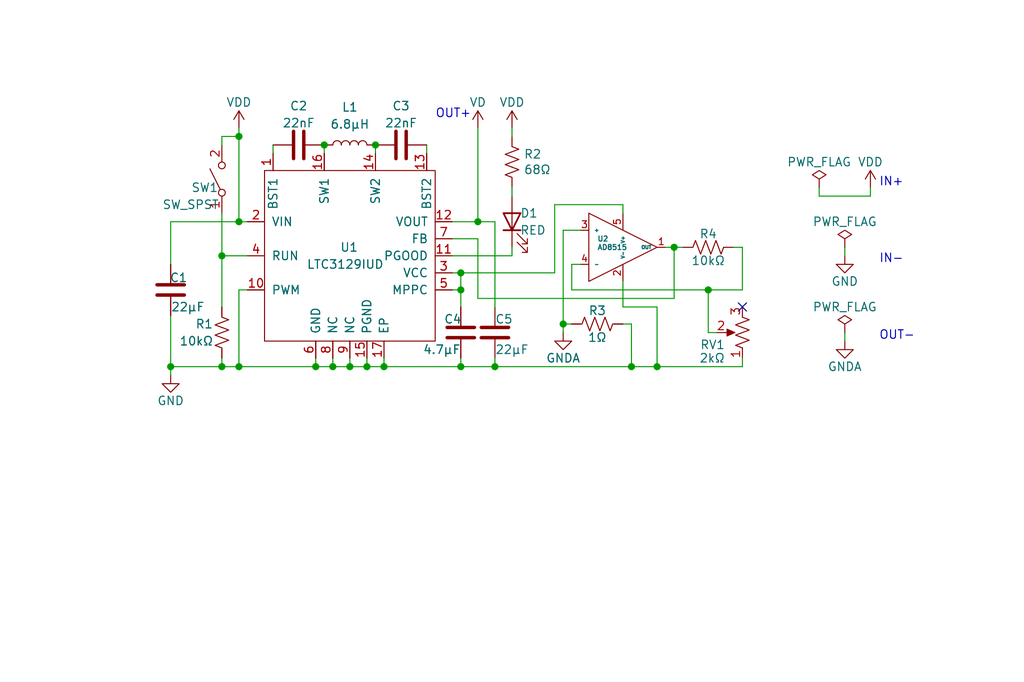
<source format=kicad_sch>
(kicad_sch (version 20211123) (generator eeschema)
  (paper "User" 152.4 101.6)
  (title_block (title "Universal Laser Driver") (date "2021-11-06") (rev "1.2") (company "E.S.") (comment 1 "0.8mm PCB required for Leadlight Pen Host") (comment 2 "Revised to prevent feedback oscillations") (comment 3 "High Iout and Vout not guaranteed with Vin below 5V or high battery ESR") (comment 4 "Vin: [2.25V, 15V), Vout: [2V, 15V], Iout: [5mA, 200mA] (adjustable with potentiometer)"))
  (lib_symbols
    (symbol "AD8515:AD8515" (pin_names (offset 0.762))
      (property "Reference" "U" (at -2.54 5.08 0))
      (property "Value" "AD8515" (at -2.54 3.81 0))
      (symbol "AD8515_0_1"
        (polyline (pts (xy 5.08 5.08) (xy -5.08 10.16) (xy -5.08 0) (xy 5.08 5.08)))
      )
      (symbol "AD8515_1_1"
        (pin output line (at 6.35 5.08 180) (length 1.27) (name "OUT") (number "1"))
        (pin power_in line (at 0 0 90) (length 2.54) (name "V-") (number "2"))
        (pin input line (at -6.35 7.62 0) (length 1.27) (name "+") (number "3"))
        (pin input line (at -6.35 2.54 0) (length 1.27) (name "-") (number "4"))
        (pin power_in line (at 0 10.16 270) (length 2.54) (name "V+") (number "5"))
      )
    )
    (symbol "Device:C" (pin_numbers hide) (pin_names (offset 0.254))
      (property "Reference" "C" (at 0.635 2.54 0))
      (property "Value" "C" (at 0.635 -2.54 0))
      (symbol "C_0_1"
        (polyline (pts (xy -2.032 -0.762) (xy 2.032 -0.762)) (stroke (width 0.508)))
        (polyline (pts (xy -2.032 0.762) (xy 2.032 0.762)) (stroke (width 0.508)))
      )
      (symbol "C_1_1"
        (pin passive line (at 0 3.81 270) (length 2.794) (name "~") (number "1"))
        (pin passive line (at 0 -3.81 90) (length 2.794) (name "~") (number "2"))
      )
    )
    (symbol "Device:L" (pin_numbers hide) (pin_names (offset 1.016) hide)
      (property "Reference" "L" (at -1.27 0 90))
      (property "Value" "L" (at 1.905 0 90))
      (symbol "L_0_1"
        (arc (start 0 -2.54) (mid 0.635 -1.905) (end 0 -1.27))
        (arc (start 0 -1.27) (mid 0.635 -0.635) (end 0 0))
        (arc (start 0 0) (mid 0.635 0.635) (end 0 1.27))
        (arc (start 0 1.27) (mid 0.635 1.905) (end 0 2.54))
      )
      (symbol "L_1_1"
        (pin passive line (at 0 3.81 270) (length 1.27) (name "1") (number "1"))
        (pin passive line (at 0 -3.81 90) (length 1.27) (name "2") (number "2"))
      )
    )
    (symbol "Device:LED" (pin_numbers hide) (pin_names (offset 1.016) hide)
      (property "Reference" "D" (at 0 2.54 0))
      (property "Value" "LED" (at 0 -2.54 0))
      (symbol "LED_0_1"
        (polyline (pts (xy -1.27 -1.27) (xy -1.27 1.27)) (stroke (width 0.254)))
        (polyline (pts (xy -1.27 0) (xy 1.27 0)))
        (polyline (pts (xy 1.27 -1.27) (xy 1.27 1.27) (xy -1.27 0) (xy 1.27 -1.27)) (stroke (width 0.254)))
        (polyline (pts (xy -3.048 -0.762) (xy -4.572 -2.286) (xy -3.81 -2.286) (xy -4.572 -2.286) (xy -4.572 -1.524)))
        (polyline (pts (xy -1.778 -0.762) (xy -3.302 -2.286) (xy -2.54 -2.286) (xy -3.302 -2.286) (xy -3.302 -1.524)))
      )
      (symbol "LED_1_1"
        (pin passive line (at -3.81 0 0) (length 2.54) (name "K") (number "1"))
        (pin passive line (at 3.81 0 180) (length 2.54) (name "A") (number "2"))
      )
    )
    (symbol "Device:R_POT_US" (pin_names (offset 1.016) hide)
      (property "Reference" "RV" (at -4.445 0 90))
      (property "Value" "Device_R_POT_US" (at -2.54 0 90))
      (symbol "R_POT_US_0_1"
        (polyline (pts (xy 0 -2.286) (xy 0 -2.54)))
        (polyline (pts (xy 0 2.54) (xy 0 2.286)))
        (polyline (pts (xy 2.54 0) (xy 1.524 0)))
        (polyline (pts (xy 1.143 0) (xy 2.286 0.508) (xy 2.286 -0.508) (xy 1.143 0)) (fill (type outline)))
        (polyline (pts (xy 0 -0.762) (xy 1.016 -1.143) (xy 0 -1.524) (xy -1.016 -1.905) (xy 0 -2.286)))
        (polyline (pts (xy 0 0.762) (xy 1.016 0.381) (xy 0 0) (xy -1.016 -0.381) (xy 0 -0.762)))
        (polyline (pts (xy 0 2.286) (xy 1.016 1.905) (xy 0 1.524) (xy -1.016 1.143) (xy 0 0.762)))
      )
      (symbol "R_POT_US_1_1"
        (pin passive line (at 0 3.81 270) (length 1.27) (name "1") (number "1"))
        (pin passive line (at 3.81 0 180) (length 1.27) (name "2") (number "2"))
        (pin passive line (at 0 -3.81 90) (length 1.27) (name "3") (number "3"))
      )
    )
    (symbol "Device:R_US" (pin_numbers hide) (pin_names (offset 0))
      (property "Reference" "R" (at 2.54 0 90))
      (property "Value" "R_US" (at -2.54 0 90))
      (symbol "R_US_0_1"
        (polyline (pts (xy 0 -2.286) (xy 0 -2.54)))
        (polyline (pts (xy 0 2.286) (xy 0 2.54)))
        (polyline (pts (xy 0 -0.762) (xy 1.016 -1.143) (xy 0 -1.524) (xy -1.016 -1.905) (xy 0 -2.286)))
        (polyline (pts (xy 0 0.762) (xy 1.016 0.381) (xy 0 0) (xy -1.016 -0.381) (xy 0 -0.762)))
        (polyline (pts (xy 0 2.286) (xy 1.016 1.905) (xy 0 1.524) (xy -1.016 1.143) (xy 0 0.762)))
      )
      (symbol "R_US_1_1"
        (pin passive line (at 0 3.81 270) (length 1.27) (name "~") (number "1"))
        (pin passive line (at 0 -3.81 90) (length 1.27) (name "~") (number "2"))
      )
    )
    (symbol "LTC3129IUD:LTC3129IUD" (pin_names (offset 1.016))
      (property "Reference" "U" (at 0 0 0))
      (property "Value" "LTC3129IUD" (at 0 -2.54 0))
      (symbol "LTC3129IUD_0_1"
        (rectangle (start -12.7 12.7) (end 12.7 -12.7))
      )
      (symbol "LTC3129IUD_1_1"
        (pin bidirectional line (at -11.43 15.24 270) (length 2.54) (name "BST1") (number "1"))
        (pin input line (at -15.24 -5.08 0) (length 2.54) (name "PWM") (number "10"))
        (pin output line (at 15.24 0 180) (length 2.54) (name "PGOOD") (number "11"))
        (pin power_out line (at 15.24 5.08 180) (length 2.54) (name "VOUT") (number "12"))
        (pin bidirectional line (at 11.43 15.24 270) (length 2.54) (name "BST2") (number "13"))
        (pin bidirectional line (at 3.81 15.24 270) (length 2.54) (name "SW2") (number "14"))
        (pin power_in line (at 2.54 -15.24 90) (length 2.54) (name "PGND") (number "15"))
        (pin bidirectional line (at -3.81 15.24 270) (length 2.54) (name "SW1") (number "16"))
        (pin power_in line (at 5.08 -15.24 90) (length 2.54) (name "EP") (number "17"))
        (pin power_in line (at -15.24 5.08 0) (length 2.54) (name "VIN") (number "2"))
        (pin power_out line (at 15.24 -2.54 180) (length 2.54) (name "VCC") (number "3"))
        (pin input line (at -15.24 0 0) (length 2.54) (name "RUN") (number "4"))
        (pin input line (at 15.24 -5.08 180) (length 2.54) (name "MPPC") (number "5"))
        (pin power_in line (at -5.08 -15.24 90) (length 2.54) (name "GND") (number "6"))
        (pin input line (at 15.24 2.54 180) (length 2.54) (name "FB") (number "7"))
        (pin power_in line (at -2.54 -15.24 90) (length 2.54) (name "NC") (number "8"))
        (pin power_in line (at 0 -15.24 90) (length 2.54) (name "NC") (number "9"))
      )
    )
    (symbol "Switch:SW_SPST" (pin_names (offset 0) hide)
      (property "Reference" "SW" (at 0 3.175 0))
      (property "Value" "SW_SPST" (at 0 -2.54 0))
      (symbol "SW_SPST_0_0"
        (circle (center -2.032 0) (radius 0.508))
        (polyline (pts (xy -1.524 0.254) (xy 1.524 1.778)))
        (circle (center 2.032 0) (radius 0.508))
      )
      (symbol "SW_SPST_1_1"
        (pin passive line (at -5.08 0 0) (length 2.54) (name "A") (number "1"))
        (pin passive line (at 5.08 0 180) (length 2.54) (name "B") (number "2"))
      )
    )
    (symbol "power:GND" (power) (pin_names (offset 0))
      (property "Value" "GND" (at 0 -3.81 0))
      (symbol "GND_0_1"
        (polyline (pts (xy 0 0) (xy 0 -1.27) (xy 1.27 -1.27) (xy 0 -2.54) (xy -1.27 -1.27) (xy 0 -1.27)))
      )
      (symbol "GND_1_1"
        (pin power_in line (at 0 0 270) (length 0) hide (name "GND") (number "1"))
      )
    )
    (symbol "power:GNDA" (power) (pin_names (offset 0))
      (property "Value" "GNDA" (at 0 -3.81 0))
      (symbol "GNDA_0_1"
        (polyline (pts (xy 0 0) (xy 0 -1.27) (xy 1.27 -1.27) (xy 0 -2.54) (xy -1.27 -1.27) (xy 0 -1.27)))
      )
      (symbol "GNDA_1_1"
        (pin power_in line (at 0 0 270) (length 0) hide (name "GNDA") (number "1"))
      )
    )
    (symbol "power:PWR_FLAG" (power) (pin_numbers hide) (pin_names (offset 0) hide)
      (property "Value" "PWR_FLAG" (at 0 3.81 0))
      (symbol "PWR_FLAG_0_0"
        (pin power_out line (at 0 0 90) (length 0) (name "pwr") (number "1"))
      )
      (symbol "PWR_FLAG_0_1"
        (polyline (pts (xy 0 0) (xy 0 1.27) (xy -1.016 1.905) (xy 0 2.54) (xy 1.016 1.905) (xy 0 1.27)))
      )
    )
    (symbol "power:VD" (power) (pin_names (offset 0))
      (property "Value" "VD" (at 0 3.81 0))
      (symbol "VD_0_1"
        (polyline (pts (xy -0.762 1.27) (xy 0 2.54)))
        (polyline (pts (xy 0 0) (xy 0 2.54)))
        (polyline (pts (xy 0 2.54) (xy 0.762 1.27)))
      )
      (symbol "VD_1_1"
        (pin power_in line (at 0 0 90) (length 0) hide (name "VD") (number "1"))
      )
    )
    (symbol "power:VDD" (power) (pin_names (offset 0))
      (property "Value" "VDD" (at 0 3.81 0))
      (symbol "VDD_0_1"
        (polyline (pts (xy -0.762 1.27) (xy 0 2.54)))
        (polyline (pts (xy 0 0) (xy 0 2.54)))
        (polyline (pts (xy 0 2.54) (xy 0.762 1.27)))
      )
      (symbol "VDD_1_1"
        (pin power_in line (at 0 0 90) (length 0) hide (name "VDD") (number "1"))
      )
    )
  )
  (junction (at 33.02 54.61))
  (junction (at 93.98 54.61))
  (junction (at 55.88 21.59))
  (junction (at 35.56 20.32))
  (junction (at 105.41 43.18))
  (junction (at 71.12 33.02))
  (junction (at 73.66 54.61))
  (junction (at 83.82 48.26))
  (junction (at 35.56 54.61))
  (junction (at 68.58 43.18))
  (junction (at 48.26 21.59))
  (junction (at 97.79 54.61))
  (junction (at 100.33 36.83))
  (junction (at 35.56 33.02))
  (junction (at 52.07 54.61))
  (junction (at 25.4 54.61))
  (junction (at 33.02 38.1))
  (junction (at 46.99 54.61))
  (junction (at 54.61 54.61))
  (junction (at 68.58 54.61))
  (junction (at 49.53 54.61))
  (junction (at 68.58 40.64))
  (junction (at 57.15 54.61))
  (no_connect (at 110.49 45.72))
  (wire (pts (xy 68.58 54.61) (xy 73.66 54.61)))
  (wire (pts (xy 76.2 38.1) (xy 67.31 38.1)))
  (wire (pts (xy 67.31 33.02) (xy 71.12 33.02)))
  (wire (pts (xy 82.55 40.64) (xy 82.55 30.48)))
  (wire (pts (xy 121.92 27.94) (xy 121.92 29.21)))
  (wire (pts (xy 35.56 54.61) (xy 46.99 54.61)))
  (wire (pts (xy 67.31 43.18) (xy 68.58 43.18)))
  (wire (pts (xy 71.12 33.02) (xy 71.12 19.05)))
  (wire (pts (xy 55.88 21.59) (xy 55.88 22.86)))
  (wire (pts (xy 63.5 21.59) (xy 63.5 22.86)))
  (wire (pts (xy 71.12 35.56) (xy 67.31 35.56)))
  (wire (pts (xy 82.55 30.48) (xy 92.71 30.48)))
  (wire (pts (xy 76.2 36.83) (xy 76.2 38.1)))
  (wire (pts (xy 33.02 38.1) (xy 33.02 45.72)))
  (wire (pts (xy 93.98 54.61) (xy 97.79 54.61)))
  (wire (pts (xy 33.02 54.61) (xy 33.02 53.34)))
  (wire (pts (xy 68.58 53.34) (xy 68.58 54.61)))
  (wire (pts (xy 100.33 36.83) (xy 101.6 36.83)))
  (wire (pts (xy 35.56 33.02) (xy 35.56 20.32)))
  (wire (pts (xy 85.09 43.18) (xy 105.41 43.18)))
  (wire (pts (xy 110.49 54.61) (xy 110.49 53.34)))
  (wire (pts (xy 35.56 54.61) (xy 33.02 54.61)))
  (wire (pts (xy 36.83 43.18) (xy 35.56 43.18)))
  (wire (pts (xy 33.02 20.32) (xy 33.02 21.59)))
  (wire (pts (xy 125.73 38.1) (xy 125.73 36.83)))
  (wire (pts (xy 57.15 54.61) (xy 68.58 54.61)))
  (wire (pts (xy 46.99 53.34) (xy 46.99 54.61)))
  (wire (pts (xy 92.71 45.72) (xy 97.79 45.72)))
  (wire (pts (xy 129.54 29.21) (xy 129.54 27.94)))
  (wire (pts (xy 86.36 39.37) (xy 85.09 39.37)))
  (wire (pts (xy 76.2 29.21) (xy 76.2 27.94)))
  (wire (pts (xy 105.41 43.18) (xy 105.41 49.53)))
  (wire (pts (xy 83.82 48.26) (xy 83.82 49.53)))
  (wire (pts (xy 49.53 53.34) (xy 49.53 54.61)))
  (wire (pts (xy 25.4 46.99) (xy 25.4 54.61)))
  (wire (pts (xy 110.49 36.83) (xy 109.22 36.83)))
  (wire (pts (xy 54.61 53.34) (xy 54.61 54.61)))
  (wire (pts (xy 106.68 49.53) (xy 105.41 49.53)))
  (wire (pts (xy 46.99 54.61) (xy 49.53 54.61)))
  (wire (pts (xy 35.56 20.32) (xy 35.56 19.05)))
  (wire (pts (xy 36.83 38.1) (xy 33.02 38.1)))
  (wire (pts (xy 71.12 33.02) (xy 73.66 33.02)))
  (wire (pts (xy 68.58 40.64) (xy 68.58 43.18)))
  (wire (pts (xy 97.79 54.61) (xy 110.49 54.61)))
  (wire (pts (xy 92.71 48.26) (xy 93.98 48.26)))
  (wire (pts (xy 25.4 33.02) (xy 35.56 33.02)))
  (wire (pts (xy 35.56 43.18) (xy 35.56 54.61)))
  (wire (pts (xy 33.02 31.75) (xy 33.02 38.1)))
  (wire (pts (xy 92.71 30.48) (xy 92.71 31.75)))
  (wire (pts (xy 73.66 53.34) (xy 73.66 54.61)))
  (wire (pts (xy 54.61 54.61) (xy 57.15 54.61)))
  (wire (pts (xy 100.33 44.45) (xy 71.12 44.45)))
  (wire (pts (xy 68.58 40.64) (xy 67.31 40.64)))
  (wire (pts (xy 92.71 41.91) (xy 92.71 45.72)))
  (wire (pts (xy 40.64 21.59) (xy 40.64 22.86)))
  (wire (pts (xy 83.82 34.29) (xy 86.36 34.29)))
  (wire (pts (xy 73.66 54.61) (xy 93.98 54.61)))
  (wire (pts (xy 97.79 45.72) (xy 97.79 54.61)))
  (wire (pts (xy 83.82 34.29) (xy 83.82 48.26)))
  (wire (pts (xy 35.56 33.02) (xy 36.83 33.02)))
  (wire (pts (xy 52.07 53.34) (xy 52.07 54.61)))
  (wire (pts (xy 25.4 39.37) (xy 25.4 33.02)))
  (wire (pts (xy 125.73 49.53) (xy 125.73 50.8)))
  (wire (pts (xy 35.56 20.32) (xy 33.02 20.32)))
  (wire (pts (xy 25.4 54.61) (xy 33.02 54.61)))
  (wire (pts (xy 110.49 36.83) (xy 110.49 43.18)))
  (wire (pts (xy 105.41 43.18) (xy 110.49 43.18)))
  (wire (pts (xy 100.33 36.83) (xy 100.33 44.45)))
  (wire (pts (xy 85.09 48.26) (xy 83.82 48.26)))
  (wire (pts (xy 76.2 20.32) (xy 76.2 19.05)))
  (wire (pts (xy 52.07 54.61) (xy 54.61 54.61)))
  (wire (pts (xy 68.58 45.72) (xy 68.58 43.18)))
  (wire (pts (xy 48.26 21.59) (xy 48.26 22.86)))
  (wire (pts (xy 57.15 54.61) (xy 57.15 53.34)))
  (wire (pts (xy 49.53 54.61) (xy 52.07 54.61)))
  (wire (pts (xy 93.98 48.26) (xy 93.98 54.61)))
  (wire (pts (xy 25.4 55.88) (xy 25.4 54.61)))
  (wire (pts (xy 99.06 36.83) (xy 100.33 36.83)))
  (wire (pts (xy 85.09 39.37) (xy 85.09 43.18)))
  (wire (pts (xy 71.12 44.45) (xy 71.12 35.56)))
  (wire (pts (xy 73.66 33.02) (xy 73.66 45.72)))
  (wire (pts (xy 121.92 29.21) (xy 129.54 29.21)))
  (wire (pts (xy 68.58 40.64) (xy 82.55 40.64)))
  (text "IN-" (at 130.81 39.37 0) (effects (font (size 1.27 1.27)) (justify left bottom)))
  (text "IN+" (at 130.81 27.94 0) (effects (font (size 1.27 1.27)) (justify left bottom)))
  (text "OUT-" (at 130.81 50.8 0) (effects (font (size 1.27 1.27)) (justify left bottom)))
  (text "OUT+" (at 64.77 17.78 0) (effects (font (size 1.27 1.27)) (justify left bottom)))
  (symbol (lib_id "Device:C") (at 68.58 49.53 0) (unit 1)
    (property "Reference" "C4" (at 66.04 48.26 0) (effects (justify left bottom)))
    (property "Value" "4.7µF" (at 68.58 52.07 0) (effects (justify right)))
    (property "Footprint" "Capacitor_SMD:C_0402_1005Metric" (effects hide))
    (property "MPN" "CL05A475MP5NRNC" (effects hide))
  )
  (symbol (lib_id "Device:C") (at 25.4 43.18 180) (unit 1)
    (property "Reference" "C1" (at 27.94 40.64 0) (effects (justify left bottom)))
    (property "Value" "22µF" (at 30.48 45.72 0) (effects (justify left)))
    (property "Footprint" "Capacitor_SMD:C_0603_1608Metric" (effects hide))
    (property "MPN" "CL10A226MO7JZNC" (effects hide))
  )
  (symbol (lib_id "Device:L") (at 52.07 21.59 90) (unit 1)
    (property "Reference" "L1" (at 52.07 15.24 90) (effects (justify bottom)))
    (property "Value" "6.8µH" (at 52.07 17.78 90) (effects (justify bottom)))
    (property "Footprint" "Inductor_SMD:L_Taiyo-Yuden_MD-4040" (effects hide))
    (property "MPN" "LQH44PH6R8MPRL" (effects hide))
  )
  (symbol (lib_id "Device:C") (at 59.69 21.59 270) (unit 1)
    (property "Reference" "C3" (at 59.69 16.51 90) (effects (justify bottom)))
    (property "Value" "22nF" (at 59.69 19.05 90) (effects (justify bottom)))
    (property "Footprint" "Capacitor_SMD:C_0402_1005Metric" (effects hide))
    (property "MPN" "C1005X7R1E223K050BB" (effects hide))
  )
  (symbol (lib_id "Device:C") (at 44.45 21.59 270) (unit 1)
    (property "Reference" "C2" (at 44.45 16.51 90) (effects (justify bottom)))
    (property "Value" "22nF" (at 44.45 19.05 90) (effects (justify bottom)))
    (property "Footprint" "Capacitor_SMD:C_0402_1005Metric" (effects hide))
    (property "MPN" "C1005X7R1E223K050BB" (effects hide))
  )
  (symbol (lib_id "Device:C") (at 73.66 49.53 0) (unit 1)
    (property "Reference" "C5" (at 73.66 48.26 0) (effects (justify left bottom)))
    (property "Value" "22µF" (at 73.66 52.07 0) (effects (justify left)))
    (property "Footprint" "Capacitor_SMD:C_0603_1608Metric" (effects hide))
    (property "MPN" "CL10A226MO7JZNC" (effects hide))
  )
  (symbol (lib_id "Device:LED") (at 76.2 33.02 90) (unit 1)
    (property "Reference" "D1" (at 78.74 31.75 90))
    (property "Value" "RED" (at 81.28 34.29 90) (effects (justify left)))
    (property "Footprint" "LED_SMD:LED_0402_1005Metric" (effects hide))
    (property "MPN" "5988A10107F" (effects hide))
  )
  (symbol (lib_id "Switch:SW_SPST") (at 33.02 26.67 90) (unit 1)
    (property "Reference" "SW1" (at 30.48 27.94 90))
    (property "Value" "SW_SPST" (at 24.13 30.48 90) (effects (justify right)))
    (property "Footprint" "WUERTH_434121050836:WUERTH_434121050836" (effects hide))
    (property "MPN" "434121050836" (effects hide))
  )
  (symbol (lib_id "Device:R_US") (at 76.2 24.13 0) (unit 1)
    (property "Reference" "R2" (at 77.9272 22.9616 0) (effects (justify left)))
    (property "Value" "68Ω" (at 77.9272 25.273 0) (effects (justify left)))
    (property "Footprint" "Resistor_SMD:R_0402_1005Metric" (effects hide))
    (property "MPN" "ERJ-U02J680X" (effects hide))
  )
  (symbol (lib_id "LTC3129IUD:LTC3129IUD") (at 52.07 38.1 0) (unit 1)
    (property "Reference" "U1" (at 53.34 36.83 0) (effects (justify right)))
    (property "Value" "LTC3129IUD" (at 57.15 39.37 0) (effects (justify right)))
    (property "Footprint" "Package_DFN_QFN:VQFN-16-1EP_3x3mm_P0.5mm_EP1.68x1.68mm" (effects hide))
    (property "MPN" "LTC3129IUD" (effects hide))
  )
  (symbol (lib_id "Device:R_US") (at 33.02 49.53 0) (unit 1)
    (property "Reference" "R1" (at 31.75 48.26 0) (effects (justify right)))
    (property "Value" "10kΩ" (at 26.67 50.8 0) (effects (justify left)))
    (property "Footprint" "Resistor_SMD:R_0402_1005Metric" (effects hide))
    (property "MPN" "ERJ-PA2F1002X" (effects hide))
  )
  (symbol (lib_id "power:GND") (at 25.4 55.88 0) (unit 1)
    (property "Reference" "#PWR01" (effects hide))
    (property "Value" "GND" (at 25.4 59.69 0))
  )
  (symbol (lib_id "AD8515:AD8515") (at 92.71 41.91 0) (unit 1)
    (property "Reference" "U2" (at 88.9 35.56 0) (effects (font (size 0.762 0.762)) (justify left)))
    (property "Value" "AD8515" (at 88.9 36.83 0) (effects (font (size 0.762 0.762)) (justify left)))
    (property "Footprint" "Package_TO_SOT_SMD:SOT-353_SC-70-5" (effects hide))
    (property "MPN" "AD8515AKS-REEL7" (effects hide))
  )
  (symbol (lib_id "power:VD") (at 71.12 19.05 0) (unit 1)
    (property "Reference" "#PWR03" (effects hide))
    (property "Value" "VD" (at 71.12 15.24 0))
  )
  (symbol (lib_id "power:VDD") (at 76.2 19.05 0) (unit 1)
    (property "Reference" "#PWR04" (effects hide))
    (property "Value" "VDD" (at 76.2 15.24 0))
  )
  (symbol (lib_id "power:VDD") (at 35.56 19.05 0) (unit 1)
    (property "Reference" "#PWR02" (effects hide))
    (property "Value" "VDD" (at 35.56 15.24 0))
  )
  (symbol (lib_id "Device:R_POT_US") (at 110.49 49.53 180) (unit 1)
    (property "Reference" "RV1" (at 107.95 52.07 0) (effects (justify left top)))
    (property "Value" "2kΩ" (at 107.95 53.34 0) (effects (justify left)))
    (property "Footprint" "Potentiometer_SMD:Potentiometer_Bourns_TC33X_Vertical" (effects hide))
    (property "MPN" "TC33X-2-202E" (effects hide))
  )
  (symbol (lib_id "Device:R_US") (at 105.41 36.83 270) (unit 1)
    (property "Reference" "R4" (at 105.41 35.56 90) (effects (justify bottom)))
    (property "Value" "10kΩ" (at 105.41 38.1 90) (effects (justify top)))
    (property "Footprint" "Resistor_SMD:R_0402_1005Metric" (effects hide))
    (property "MPN" "ERJ-PA2F1002X" (effects hide))
  )
  (symbol (lib_id "power:GNDA") (at 83.82 49.53 0) (unit 1)
    (property "Reference" "#PWR05" (effects hide))
    (property "Value" "GNDA" (at 83.82 53.34 0))
  )
  (symbol (lib_id "Device:R_US") (at 88.9 48.26 270) (unit 1)
    (property "Reference" "R3" (at 88.9 46.99 90) (effects (justify bottom)))
    (property "Value" "1Ω" (at 88.9 49.53 90) (effects (justify top)))
    (property "Footprint" "Resistor_SMD:R_0402_1005Metric" (effects hide))
    (property "MPN" "MCS0402MC1008FE000" (effects hide))
  )
  (symbol (lib_id "power:VDD") (at 129.54 27.94 0) (unit 1)
    (property "Reference" "#PWR08" (effects hide))
    (property "Value" "VDD" (at 129.54 24.13 0))
  )
  (symbol (lib_id "power:GNDA") (at 125.73 50.8 0) (unit 1)
    (property "Reference" "#PWR07" (effects hide))
    (property "Value" "GNDA" (at 125.73 54.61 0))
  )
  (symbol (lib_id "power:GND") (at 125.73 38.1 0) (unit 1)
    (property "Reference" "#PWR06" (effects hide))
    (property "Value" "GND" (at 125.73 41.91 0))
  )
  (symbol (lib_id "power:PWR_FLAG") (at 121.92 27.94 0) (unit 1)
    (property "Reference" "#FLG01" (effects hide))
    (property "Value" "PWR_FLAG" (at 121.92 24.13 0))
  )
  (symbol (lib_id "power:PWR_FLAG") (at 125.73 49.53 0) (unit 1)
    (property "Reference" "#FLG03" (effects hide))
    (property "Value" "PWR_FLAG" (at 125.73 45.72 0))
  )
  (symbol (lib_id "power:PWR_FLAG") (at 125.73 36.83 0) (unit 1)
    (property "Reference" "#FLG02" (effects hide))
    (property "Value" "PWR_FLAG" (at 125.73 33.02 0))
  )
)
</source>
